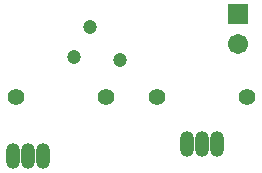
<source format=gbs>
G04*
G04 #@! TF.GenerationSoftware,Altium Limited,Altium Designer,25.7.1 (20)*
G04*
G04 Layer_Color=16711935*
%FSLAX44Y44*%
%MOMM*%
G71*
G04*
G04 #@! TF.SameCoordinates,1FEF7C1C-ADAA-44E2-BD5A-CF82835D82FB*
G04*
G04*
G04 #@! TF.FilePolarity,Negative*
G04*
G01*
G75*
%ADD15O,1.2032X2.2032*%
%ADD16O,1.2032X2.2032*%
%ADD17C,1.7032*%
%ADD18C,1.4032*%
%ADD19R,1.7032X1.7032*%
%ADD20C,1.2032*%
D15*
X202700Y30000D02*
D03*
X177300D02*
D03*
X30000Y20000D02*
D03*
X55400D02*
D03*
D16*
X190000Y30000D02*
D03*
X42700Y20000D02*
D03*
D17*
X220000Y114600D02*
D03*
D18*
X228100Y70000D02*
D03*
X108100D02*
D03*
X31900D02*
D03*
X151900D02*
D03*
D19*
X220000Y140000D02*
D03*
D20*
X120500Y101000D02*
D03*
X94750Y129460D02*
D03*
X81500Y103750D02*
D03*
M02*

</source>
